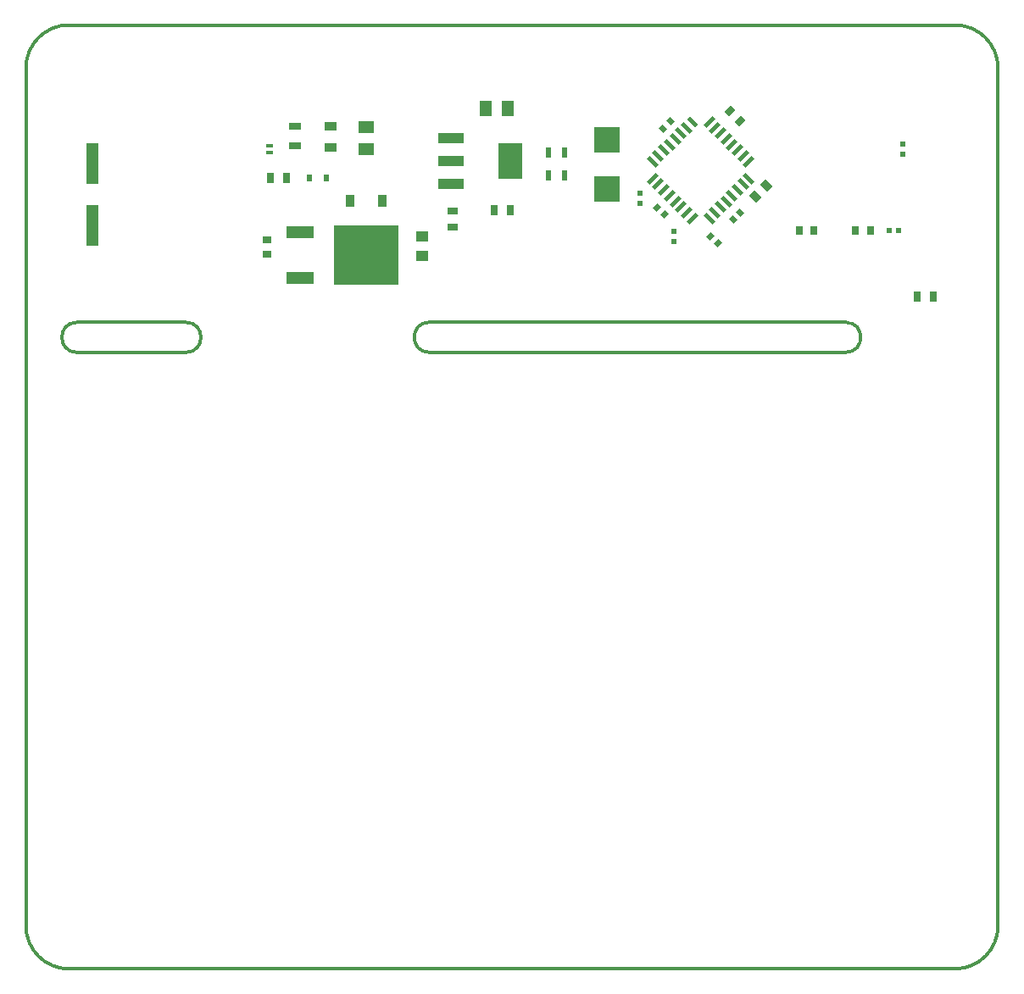
<source format=gtp>
G04*
G04 #@! TF.GenerationSoftware,Altium Limited,Altium Designer,22.0.2 (36)*
G04*
G04 Layer_Color=8421504*
%FSLAX25Y25*%
%MOIN*%
G70*
G04*
G04 #@! TF.SameCoordinates,F8844AE4-5711-4282-AF9D-DA4343363A06*
G04*
G04*
G04 #@! TF.FilePolarity,Positive*
G04*
G01*
G75*
%ADD11C,0.01181*%
%ADD21R,0.05000X0.16400*%
%ADD22R,0.03150X0.03937*%
%ADD23R,0.06496X0.04724*%
%ADD24R,0.05118X0.03543*%
%ADD25R,0.05118X0.03000*%
%ADD26R,0.09213X0.14173*%
%ADD27R,0.09843X0.04331*%
%ADD28R,0.05118X0.03937*%
%ADD29R,0.03937X0.03150*%
%ADD30R,0.02756X0.01575*%
%ADD31R,0.25591X0.23622*%
%ADD32R,0.11024X0.05118*%
%ADD33R,0.03583X0.04803*%
%ADD34R,0.02362X0.03150*%
%ADD35R,0.03543X0.02559*%
%ADD36R,0.02559X0.03543*%
%ADD37R,0.02362X0.01968*%
%ADD38R,0.01968X0.02362*%
G04:AMPARAMS|DCode=39|XSize=17.72mil|YSize=47.24mil|CornerRadius=0mil|HoleSize=0mil|Usage=FLASHONLY|Rotation=45.000|XOffset=0mil|YOffset=0mil|HoleType=Round|Shape=Round|*
%AMOVALD39*
21,1,0.02953,0.01772,0.00000,0.00000,135.0*
1,1,0.01772,0.01044,-0.01044*
1,1,0.01772,-0.01044,0.01044*
%
%ADD39OVALD39*%

G04:AMPARAMS|DCode=40|XSize=17.72mil|YSize=47.24mil|CornerRadius=0mil|HoleSize=0mil|Usage=FLASHONLY|Rotation=45.000|XOffset=0mil|YOffset=0mil|HoleType=Round|Shape=Rectangle|*
%AMROTATEDRECTD40*
4,1,4,0.01044,-0.02297,-0.02297,0.01044,-0.01044,0.02297,0.02297,-0.01044,0.01044,-0.02297,0.0*
%
%ADD40ROTATEDRECTD40*%

G04:AMPARAMS|DCode=41|XSize=17.72mil|YSize=47.24mil|CornerRadius=0mil|HoleSize=0mil|Usage=FLASHONLY|Rotation=315.000|XOffset=0mil|YOffset=0mil|HoleType=Round|Shape=Rectangle|*
%AMROTATEDRECTD41*
4,1,4,-0.02297,-0.01044,0.01044,0.02297,0.02297,0.01044,-0.01044,-0.02297,-0.02297,-0.01044,0.0*
%
%ADD41ROTATEDRECTD41*%

G04:AMPARAMS|DCode=42|XSize=31.5mil|YSize=39.37mil|CornerRadius=0mil|HoleSize=0mil|Usage=FLASHONLY|Rotation=45.000|XOffset=0mil|YOffset=0mil|HoleType=Round|Shape=Rectangle|*
%AMROTATEDRECTD42*
4,1,4,0.00278,-0.02506,-0.02506,0.00278,-0.00278,0.02506,0.02506,-0.00278,0.00278,-0.02506,0.0*
%
%ADD42ROTATEDRECTD42*%

G04:AMPARAMS|DCode=43|XSize=25.59mil|YSize=35.43mil|CornerRadius=0mil|HoleSize=0mil|Usage=FLASHONLY|Rotation=135.000|XOffset=0mil|YOffset=0mil|HoleType=Round|Shape=Rectangle|*
%AMROTATEDRECTD43*
4,1,4,0.02158,0.00348,-0.00348,-0.02158,-0.02158,-0.00348,0.00348,0.02158,0.02158,0.00348,0.0*
%
%ADD43ROTATEDRECTD43*%

G04:AMPARAMS|DCode=44|XSize=19.68mil|YSize=23.62mil|CornerRadius=0mil|HoleSize=0mil|Usage=FLASHONLY|Rotation=135.000|XOffset=0mil|YOffset=0mil|HoleType=Round|Shape=Rectangle|*
%AMROTATEDRECTD44*
4,1,4,0.01531,0.00139,-0.00139,-0.01531,-0.01531,-0.00139,0.00139,0.01531,0.01531,0.00139,0.0*
%
%ADD44ROTATEDRECTD44*%

G04:AMPARAMS|DCode=45|XSize=19.68mil|YSize=23.62mil|CornerRadius=0mil|HoleSize=0mil|Usage=FLASHONLY|Rotation=225.000|XOffset=0mil|YOffset=0mil|HoleType=Round|Shape=Rectangle|*
%AMROTATEDRECTD45*
4,1,4,-0.00139,0.01531,0.01531,-0.00139,0.00139,-0.01531,-0.01531,0.00139,-0.00139,0.01531,0.0*
%
%ADD45ROTATEDRECTD45*%

%ADD46R,0.10236X0.09843*%
%ADD47R,0.01968X0.03937*%
%ADD48R,0.04724X0.06496*%
D11*
X322393Y242520D02*
G03*
X322393Y254331I0J5906D01*
G01*
X158614D02*
G03*
X158614Y242520I0J-5906D01*
G01*
X20031Y254331D02*
G03*
X20031Y242520I0J-5906D01*
G01*
X62944D02*
G03*
X62944Y254331I0J5906D01*
G01*
X0Y16929D02*
G03*
X16929Y0I16929J0D01*
G01*
X365354D02*
G03*
X382283Y16929I0J16929D01*
G01*
Y354331D02*
G03*
X365354Y371260I-16929J0D01*
G01*
X16929D02*
G03*
X0Y354331I0J-16929D01*
G01*
X158614Y254331D02*
X321999D01*
X158614Y242520D02*
X321999D01*
X20031D02*
X62944D01*
X20031Y254331D02*
X62944D01*
X0Y16929D02*
Y354331D01*
X16929Y0D02*
X365354D01*
X382283Y16929D02*
Y354331D01*
X16929Y371260D02*
X365354D01*
D21*
X26128Y292391D02*
D03*
Y316791D02*
D03*
D22*
X356787Y264339D02*
D03*
X350488D02*
D03*
X96063Y311024D02*
D03*
X102362D02*
D03*
X184252Y298425D02*
D03*
X190551D02*
D03*
D23*
X133858Y322441D02*
D03*
Y331102D02*
D03*
D24*
X119685Y331299D02*
D03*
Y323031D02*
D03*
D25*
X105905Y331496D02*
D03*
Y323622D02*
D03*
D26*
X190433Y317717D02*
D03*
D27*
X167047Y308661D02*
D03*
Y317717D02*
D03*
Y326772D02*
D03*
D28*
X155905Y288189D02*
D03*
Y280315D02*
D03*
D29*
X167717Y291732D02*
D03*
Y298031D02*
D03*
D30*
X95669Y323819D02*
D03*
Y321063D02*
D03*
D31*
X133827Y280709D02*
D03*
D32*
X107906Y289657D02*
D03*
Y271761D02*
D03*
D33*
X140295Y301969D02*
D03*
X127421D02*
D03*
D34*
X111614Y311024D02*
D03*
X118307D02*
D03*
D35*
X94882Y286713D02*
D03*
Y281004D02*
D03*
D36*
X309941Y290551D02*
D03*
X304232D02*
D03*
X331988D02*
D03*
X326279D02*
D03*
D37*
X344882Y324409D02*
D03*
Y320472D02*
D03*
X241339Y305118D02*
D03*
Y301181D02*
D03*
X254724Y286221D02*
D03*
Y290158D02*
D03*
D38*
X343307Y290551D02*
D03*
X339370D02*
D03*
D39*
X262014Y333104D02*
D03*
D40*
X259787Y330876D02*
D03*
X257559Y328649D02*
D03*
X255332Y326422D02*
D03*
X253105Y324195D02*
D03*
X250878Y321968D02*
D03*
X248651Y319741D02*
D03*
X246424Y317514D02*
D03*
X268695Y295243D02*
D03*
X270922Y297470D02*
D03*
X273149Y299697D02*
D03*
X275376Y301924D02*
D03*
X277603Y304151D02*
D03*
X279831Y306378D02*
D03*
X282058Y308605D02*
D03*
X284285Y310833D02*
D03*
D41*
X246424D02*
D03*
X248651Y308605D02*
D03*
X250878Y306378D02*
D03*
X253105Y304151D02*
D03*
X255332Y301924D02*
D03*
X257559Y299697D02*
D03*
X259787Y297470D02*
D03*
X262014Y295243D02*
D03*
X284285Y317514D02*
D03*
X282058Y319741D02*
D03*
X279831Y321968D02*
D03*
X277603Y324195D02*
D03*
X275376Y326422D02*
D03*
X273149Y328649D02*
D03*
X270922Y330876D02*
D03*
X268695Y333104D02*
D03*
D42*
X286749Y303678D02*
D03*
X291203Y308133D02*
D03*
D43*
X276722Y337451D02*
D03*
X280759Y333415D02*
D03*
D44*
X248214Y299423D02*
D03*
X250998Y296639D02*
D03*
X269291Y288189D02*
D03*
X272075Y285405D02*
D03*
D45*
X250576Y330498D02*
D03*
X253360Y333282D02*
D03*
X280920Y297455D02*
D03*
X278136Y294671D02*
D03*
D46*
X228346Y326181D02*
D03*
Y306890D02*
D03*
D47*
X211811Y312205D02*
D03*
X205512D02*
D03*
X211811Y321260D02*
D03*
X205512D02*
D03*
D48*
X189370Y338583D02*
D03*
X180709D02*
D03*
M02*

</source>
